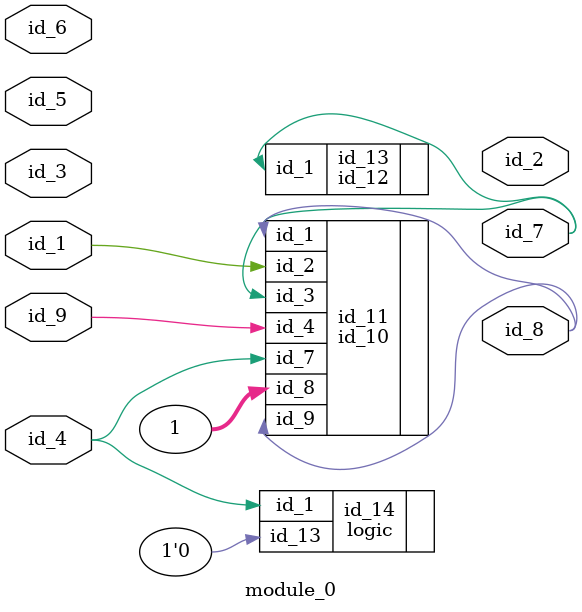
<source format=v>
module module_0 (
    id_1,
    id_2,
    id_3,
    id_4,
    id_5,
    id_6,
    id_7,
    id_8,
    id_9
);
  input id_9;
  output id_8;
  output id_7;
  input id_6;
  input id_5;
  input id_4;
  input id_3;
  output id_2;
  input id_1;
  id_10 id_11 (
      .id_9(id_8),
      .id_3(id_1),
      .id_7(id_4),
      .id_4(id_8),
      .id_4(id_9),
      .id_2(id_3),
      .id_1(id_8),
      .id_8(id_7),
      .id_3(id_5),
      .id_1(id_8),
      .id_8(1),
      .id_2(id_1),
      .id_3(id_7),
      .id_4(id_9)
  );
  id_12 id_13 (
      .id_1(id_4),
      .id_1(id_7)
  );
  logic id_14 (
      .id_1 (id_4),
      .id_13(1'b0)
  );
endmodule

</source>
